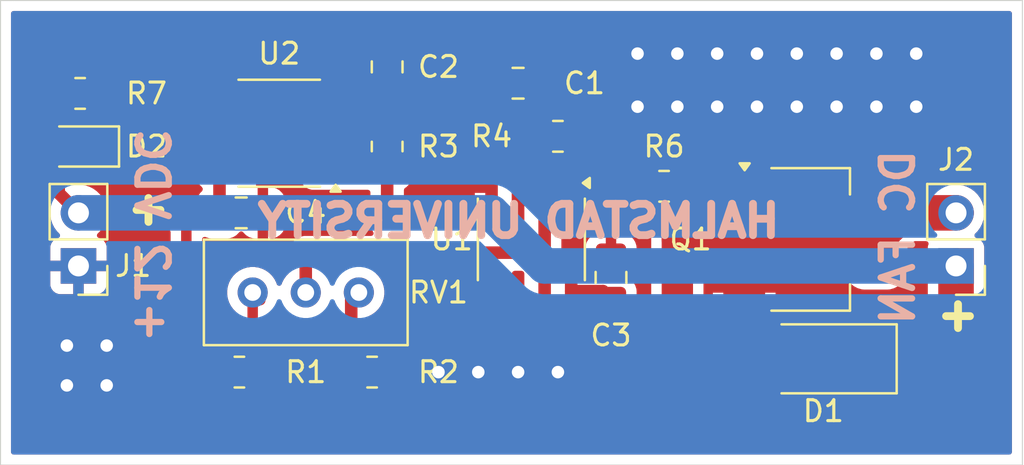
<source format=kicad_pcb>
(kicad_pcb (version 20241229) (generator "pcbnew") (generator_version "9.0")
  (layers (0 "F.Cu" signal) (2 "B.Cu" signal) (13 "F.Paste" user) (15 "B.Paste" user) (5 "F.SilkS" user "F.Silkscreen") (7 "B.SilkS" user "B.Silkscreen") (1 "F.Mask" user) (3 "B.Mask" user) (25 "Edge.Cuts" user))
  (net 0 "")
  (net 1 "GND")
  (net 2 "Net-(U1A--)")
  (net 3 "Net-(C2-Pad1)")
  (net 4 "+12V")
  (net 5 "Net-(D1-A)")
  (net 6 "Net-(D2-K)")
  (net 7 "Net-(Q1-B)")
  (net 8 "Net-(R1-Pad2)")
  (net 9 "Net-(R2-Pad1)")
  (net 10 "Net-(U1A-+)")
  (net 11 "Net-(R4-Pad1)")
  (footprint "Resistor_SMD:R_0805_2012Metric_Pad1.20x1.40mm_HandSolder" (layer "F.Cu") (at 106.68 68.58)
    (property "Reference" "R1" (at 3.175 0 0) (layer "F.SilkS"))
    (property "Value" "22k")
    (fp_line (start -0.227064 -0.735) (end 0.227064 -0.735) (stroke (width 0.12)) (layer "F.SilkS"))
    (fp_line (start -0.227064 0.735) (end 0.227064 0.735) (stroke (width 0.12)) (layer "F.SilkS"))
    (pad "1" smd roundrect (at -1 0) (size 1.2 1.4) (layers "F.Cu" "F.Mask" "F.Paste") (roundrect_rratio 0.208333) (net 4 "+12V"))
    (pad "2" smd roundrect (at 1 0) (size 1.2 1.4) (layers "F.Cu" "F.Mask" "F.Paste") (roundrect_rratio 0.208333) (net 8 "Net-(R1-Pad2)"))
  )
  (footprint "Resistor_SMD:R_0805_2012Metric_Pad1.20x1.40mm_HandSolder" (layer "F.Cu") (at 121.92 57.2975 180)
    (property "Reference" "R4" (at 3.175 0 0) (layer "F.SilkS"))
    (property "Value" "560k")
    (fp_line (start -0.227064 0.735) (end 0.227064 0.735) (stroke (width 0.12)) (layer "F.SilkS"))
    (fp_line (start -0.227064 -0.735) (end 0.227064 -0.735) (stroke (width 0.12)) (layer "F.SilkS"))
    (pad "1" smd roundrect (at -1 0 180) (size 1.2 1.4) (layers "F.Cu" "F.Mask" "F.Paste") (roundrect_rratio 0.208333) (net 11 "Net-(R4-Pad1)"))
    (pad "2" smd roundrect (at 1 0 180) (size 1.2 1.4) (layers "F.Cu" "F.Mask" "F.Paste") (roundrect_rratio 0.208333) (net 2 "Net-(U1A--)"))
  )
  (footprint "Capacitor_SMD:C_0805_2012Metric_Pad1.18x1.45mm_HandSolder" (layer "F.Cu") (at 124.46 64.05 90)
    (property "Reference" "C3" (at -2.7725 0 0) (layer "F.SilkS"))
    (property "Value" "100n")
    (fp_line (start -0.261252 -0.735) (end 0.261252 -0.735) (stroke (width 0.12)) (layer "F.SilkS"))
    (fp_line (start -0.261252 0.735) (end 0.261252 0.735) (stroke (width 0.12)) (layer "F.SilkS"))
    (pad "1" smd roundrect (at -1.0375 0 90) (size 1.175 1.45) (layers "F.Cu" "F.Mask" "F.Paste") (roundrect_rratio 0.212766) (net 4 "+12V"))
    (pad "2" smd roundrect (at 1.0375 0 90) (size 1.175 1.45) (layers "F.Cu" "F.Mask" "F.Paste") (roundrect_rratio 0.212766) (net 1 "GND"))
  )
  (footprint "Package_SO:SOIC-8_3.9x4.9mm_P1.27mm" (layer "F.Cu") (at 108.585 57.15 180)
    (property "Reference" "U2" (at 0 3.81 180) (layer "F.SilkS"))
    (property "Value" "LM35-D")
    (fp_line (start 0 2.56) (end 1.95 2.56) (stroke (width 0.12)) (layer "F.SilkS"))
    (fp_line (start 0 2.56) (end -1.95 2.56) (stroke (width 0.12)) (layer "F.SilkS"))
    (fp_line (start 0 -2.56) (end 1.95 -2.56) (stroke (width 0.12)) (layer "F.SilkS"))
    (fp_line (start 0 -2.56) (end -1.95 -2.56) (stroke (width 0.12)) (layer "F.SilkS"))
    (fp_poly (pts (xy -2.7 -2.465) (xy -2.94 -2.795) (xy -2.46 -2.795)) (stroke (width 0.12)) (fill yes) (layer "F.SilkS"))
    (pad "1" smd roundrect (at -2.475 -1.905 180) (size 1.95 0.6) (layers "F.Cu" "F.Mask" "F.Paste") (net 10 "Net-(U1A-+)"))
    (pad "2" smd roundrect (at -2.475 -0.635 180) (size 1.95 0.6) (layers "F.Cu" "F.Mask" "F.Paste"))
    (pad "3" smd roundrect (at -2.475 0.635 180) (size 1.95 0.6) (layers "F.Cu" "F.Mask" "F.Paste"))
    (pad "4" smd roundrect (at -2.475 1.905 180) (size 1.95 0.6) (layers "F.Cu" "F.Mask" "F.Paste") (net 1 "GND"))
    (pad "5" smd roundrect (at 2.475 1.905 180) (size 1.95 0.6) (layers "F.Cu" "F.Mask" "F.Paste"))
    (pad "6" smd roundrect (at 2.475 0.635 180) (size 1.95 0.6) (layers "F.Cu" "F.Mask" "F.Paste"))
    (pad "7" smd roundrect (at 2.475 -0.635 180) (size 1.95 0.6) (layers "F.Cu" "F.Mask" "F.Paste"))
    (pad "8" smd roundrect (at 2.475 -1.905 180) (size 1.95 0.6) (layers "F.Cu" "F.Mask" "F.Paste") (net 4 "+12V"))
  )
  (footprint "Resistor_SMD:R_0805_2012Metric_Pad1.20x1.40mm_HandSolder" (layer "F.Cu") (at 99.06 55.245)
    (property "Reference" "R7" (at 3.175 0 0) (layer "F.SilkS"))
    (property "Value" "1k")
    (fp_line (start -0.227064 -0.735) (end 0.227064 -0.735) (stroke (width 0.12)) (layer "F.SilkS"))
    (fp_line (start -0.227064 0.735) (end 0.227064 0.735) (stroke (width 0.12)) (layer "F.SilkS"))
    (pad "1" smd roundrect (at -1 0) (size 1.2 1.4) (layers "F.Cu" "F.Mask" "F.Paste") (roundrect_rratio 0.208333) (net 1 "GND"))
    (pad "2" smd roundrect (at 1 0) (size 1.2 1.4) (layers "F.Cu" "F.Mask" "F.Paste") (roundrect_rratio 0.208333) (net 6 "Net-(D2-K)"))
  )
  (footprint "Resistor_SMD:R_0805_2012Metric_Pad1.20x1.40mm_HandSolder" (layer "F.Cu") (at 113.03 68.58)
    (property "Reference" "R2" (at 3.175 0 0) (layer "F.SilkS"))
    (property "Value" "1R")
    (fp_line (start -0.227064 -0.735) (end 0.227064 -0.735) (stroke (width 0.12)) (layer "F.SilkS"))
    (fp_line (start -0.227064 0.735) (end 0.227064 0.735) (stroke (width 0.12)) (layer "F.SilkS"))
    (pad "1" smd roundrect (at -1 0) (size 1.2 1.4) (layers "F.Cu" "F.Mask" "F.Paste") (roundrect_rratio 0.208333) (net 9 "Net-(R2-Pad1)"))
    (pad "2" smd roundrect (at 1 0) (size 1.2 1.4) (layers "F.Cu" "F.Mask" "F.Paste") (roundrect_rratio 0.208333) (net 1 "GND"))
  )
  (footprint "Resistor_SMD:R_0805_2012Metric_Pad1.20x1.40mm_HandSolder" (layer "F.Cu") (at 113.75 57.785 90)
    (property "Reference" "R3" (at 0 2.455 180) (layer "F.SilkS"))
    (property "Value" "100R")
    (fp_line (start -0.227064 -0.735) (end 0.227064 -0.735) (stroke (width 0.12)) (layer "F.SilkS"))
    (fp_line (start -0.227064 0.735) (end 0.227064 0.735) (stroke (width 0.12)) (layer "F.SilkS"))
    (pad "1" smd roundrect (at -1 0 90) (size 1.2 1.4) (layers "F.Cu" "F.Mask" "F.Paste") (roundrect_rratio 0.208333) (net 10 "Net-(U1A-+)"))
    (pad "2" smd roundrect (at 1 0 90) (size 1.2 1.4) (layers "F.Cu" "F.Mask" "F.Paste") (roundrect_rratio 0.208333) (net 3 "Net-(C2-Pad1)"))
  )
  (footprint "Potentiometer_THT:Potentiometer_Bourns_3296W_Vertical" (layer "F.Cu") (at 107.315 64.77 180)
    (property "Reference" "RV1" (at -8.89 0 0) (layer "F.SilkS"))
    (property "Value" "10k")
    (fp_line (start 2.335 -2.52) (end 2.335 2.53) (stroke (width 0.12)) (layer "F.SilkS"))
    (fp_line (start -7.415 2.53) (end 2.335 2.53) (stroke (width 0.12)) (layer "F.SilkS"))
    (fp_line (start -7.415 -2.52) (end 2.335 -2.52) (stroke (width 0.12)) (layer "F.SilkS"))
    (fp_line (start -7.415 -2.52) (end -7.415 2.53) (stroke (width 0.12)) (layer "F.SilkS"))
    (pad "1" thru_hole circle (at 0 0 180) (size 1.44 1.44) (drill 0.8) (layers "*.Cu" "*.Mask") (net 8 "Net-(R1-Pad2)"))
    (pad "2" thru_hole circle (at -2.54 0 180) (size 1.44 1.44) (drill 0.8) (layers "*.Cu" "*.Mask") (net 2 "Net-(U1A--)"))
    (pad "3" thru_hole circle (at -5.08 0 180) (size 1.44 1.44) (drill 0.8) (layers "*.Cu" "*.Mask") (net 9 "Net-(R2-Pad1)"))
  )
  (footprint "Capacitor_SMD:C_0805_2012Metric_Pad1.18x1.45mm_HandSolder" (layer "F.Cu") (at 113.75 53.975 90)
    (property "Reference" "C2" (at 0 2.455 180) (layer "F.SilkS"))
    (property "Value" "1u")
    (fp_line (start -0.261252 -0.735) (end 0.261252 -0.735) (stroke (width 0.12)) (layer "F.SilkS"))
    (fp_line (start -0.261252 0.735) (end 0.261252 0.735) (stroke (width 0.12)) (layer "F.SilkS"))
    (pad "1" smd roundrect (at -1.0375 0 90) (size 1.175 1.45) (layers "F.Cu" "F.Mask" "F.Paste") (roundrect_rratio 0.212766) (net 3 "Net-(C2-Pad1)"))
    (pad "2" smd roundrect (at 1.0375 0 90) (size 1.175 1.45) (layers "F.Cu" "F.Mask" "F.Paste") (roundrect_rratio 0.212766) (net 1 "GND"))
  )
  (footprint "Diode_SMD:D_SMA" (layer "F.Cu") (at 134.62 67.945 180)
    (property "Reference" "D1" (at 0 -2.5 0) (layer "F.SilkS"))
    (property "Value" "SBRT5A50SA-13")
    (fp_line (start -3.51 1.65) (end 2 1.65) (stroke (width 0.12)) (layer "F.SilkS"))
    (fp_line (start -3.51 -1.65) (end 2 -1.65) (stroke (width 0.12)) (layer "F.SilkS"))
    (fp_line (start -3.51 -1.65) (end -3.51 1.65) (stroke (width 0.12)) (layer "F.SilkS"))
    (pad "1" smd roundrect (at -2 0 180) (size 2.5 1.8) (layers "F.Cu" "F.Mask" "F.Paste") (roundrect_rratio 0.1388888889) (net 4 "+12V"))
    (pad "2" smd roundrect (at 2 0 180) (size 2.5 1.8) (layers "F.Cu" "F.Mask" "F.Paste") (roundrect_rratio 0.1388888889) (net 5 "Net-(D1-A)"))
  )
  (footprint "Package_SO:SOIC-8_3.9x4.9mm_P1.27mm" (layer "F.Cu") (at 120.65 62.23 -90)
    (property "Reference" "U1" (at 0 3.81 0) (layer "F.SilkS"))
    (property "Value" "LM358")
    (fp_line (start 0 2.56) (end -1.95 2.56) (stroke (width 0.12)) (layer "F.SilkS"))
    (fp_line (start 0 2.56) (end 1.95 2.56) (stroke (width 0.12)) (layer "F.SilkS"))
    (fp_line (start 0 -2.56) (end -1.95 -2.56) (stroke (width 0.12)) (layer "F.SilkS"))
    (fp_line (start 0 -2.56) (end 1.95 -2.56) (stroke (width 0.12)) (layer "F.SilkS"))
    (fp_poly (pts (xy -2.7 -2.465) (xy -2.94 -2.795) (xy -2.46 -2.795)) (stroke (width 0.12)) (fill yes) (layer "F.SilkS"))
    (pad "1" smd roundrect (at -2.475 -1.905 270) (size 1.95 0.6) (layers "F.Cu" "F.Mask" "F.Paste") (net 11 "Net-(R4-Pad1)"))
    (pad "2" smd roundrect (at -2.475 -0.635 270) (size 1.95 0.6) (layers "F.Cu" "F.Mask" "F.Paste") (net 2 "Net-(U1A--)"))
    (pad "3" smd roundrect (at -2.475 0.635 270) (size 1.95 0.6) (layers "F.Cu" "F.Mask" "F.Paste") (net 10 "Net-(U1A-+)"))
    (pad "4" smd roundrect (at -2.475 1.905 270) (size 1.95 0.6) (layers "F.Cu" "F.Mask" "F.Paste") (net 1 "GND"))
    (pad "5" smd roundrect (at 2.475 1.905 270) (size 1.95 0.6) (layers "F.Cu" "F.Mask" "F.Paste"))
    (pad "6" smd roundrect (at 2.475 0.635 270) (size 1.95 0.6) (layers "F.Cu" "F.Mask" "F.Paste"))
    (pad "7" smd roundrect (at 2.475 -0.635 270) (size 1.95 0.6) (layers "F.Cu" "F.Mask" "F.Paste"))
    (pad "8" smd roundrect (at 2.475 -1.905 270) (size 1.95 0.6) (layers "F.Cu" "F.Mask" "F.Paste") (net 4 "+12V"))
  )
  (footprint "LED_SMD:LED_0805_2012Metric_Pad1.15x1.40mm_HandSolder" (layer "F.Cu") (at 99.06 57.785 180)
    (property "Reference" "D2" (at -3.175 0 180) (layer "F.SilkS"))
    (property "Value" "RED")
    (fp_line (start 1 -0.96) (end -1.86 -0.96) (stroke (width 0.12)) (layer "F.SilkS"))
    (fp_line (start -1.86 0.96) (end 1 0.96) (stroke (width 0.12)) (layer "F.SilkS"))
    (fp_line (start -1.86 -0.96) (end -1.86 0.96) (stroke (width 0.12)) (layer "F.SilkS"))
    (pad "1" smd roundrect (at -1.025 0 180) (size 1.15 1.4) (layers "F.Cu" "F.Mask" "F.Paste") (roundrect_rratio 0.217391) (net 6 "Net-(D2-K)"))
    (pad "2" smd roundrect (at 1.025 0 180) (size 1.15 1.4) (layers "F.Cu" "F.Mask" "F.Paste") (roundrect_rratio 0.217391) (net 4 "+12V"))
  )
  (footprint "Capacitor_SMD:C_0805_2012Metric_Pad1.18x1.45mm_HandSolder" (layer "F.Cu") (at 106.765 60.96)
    (property "Reference" "C4" (at 3.09 0 180) (layer "F.SilkS"))
    (property "Value" "100n")
    (fp_line (start -0.261252 -0.735) (end 0.261252 -0.735) (stroke (width 0.12)) (layer "F.SilkS"))
    (fp_line (start -0.261252 0.735) (end 0.261252 0.735) (stroke (width 0.12)) (layer "F.SilkS"))
    (pad "1" smd roundrect (at -1.0375 0) (size 1.175 1.45) (layers "F.Cu" "F.Mask" "F.Paste") (roundrect_rratio 0.212766) (net 4 "+12V"))
    (pad "2" smd roundrect (at 1.0375 0) (size 1.175 1.45) (layers "F.Cu" "F.Mask" "F.Paste") (roundrect_rratio 0.212766) (net 1 "GND"))
  )
  (footprint "Connector_PinHeader_2.54mm:PinHeader_1x02_P2.54mm_Vertical" (layer "F.Cu") (at 98.98 63.5 180)
    (property "Reference" "J1" (at -2.62 0 0) (layer "F.SilkS"))
    (property "Value" "VCC")
    (fp_line (start 1.38 1.27) (end 1.38 3.92) (stroke (width 0.12)) (layer "F.SilkS"))
    (fp_line (start -1.38 3.92) (end 1.38 3.92) (stroke (width 0.12)) (layer "F.SilkS"))
    (fp_line (start -1.38 1.27) (end 1.38 1.27) (stroke (width 0.12)) (layer "F.SilkS"))
    (fp_line (start -1.38 1.27) (end -1.38 3.92) (stroke (width 0.12)) (layer "F.SilkS"))
    (fp_line (start -1.38 0) (end -1.38 -1.38) (stroke (width 0.12)) (layer "F.SilkS"))
    (fp_line (start -1.38 -1.38) (end 0 -1.38) (stroke (width 0.12)) (layer "F.SilkS"))
    (pad "1" thru_hole rect (at 0 0 180) (size 1.7 1.7) (drill 1) (layers "*.Cu" "*.Mask") (net 1 "GND"))
    (pad "2" thru_hole circle (at 0 2.54 180) (size 1.7 1.7) (drill 1) (layers "*.Cu" "*.Mask") (net 4 "+12V"))
  )
  (footprint "Package_TO_SOT_SMD:SOT-223-3_TabPin2" (layer "F.Cu") (at 133.985 62.23)
    (property "Reference" "Q1" (at -5.715 0 0) (layer "F.SilkS"))
    (property "Value" "NSS60601MZ4")
    (fp_line (start -1.85 -3.41) (end 1.91 -3.41) (stroke (width 0.12)) (layer "F.SilkS"))
    (fp_line (start -1.85 3.41) (end 1.91 3.41) (stroke (width 0.12)) (layer "F.SilkS"))
    (fp_line (start 1.91 -3.41) (end 1.91 -2.15) (stroke (width 0.12)) (layer "F.SilkS"))
    (fp_line (start 1.91 3.41) (end 1.91 2.15) (stroke (width 0.12)) (layer "F.SilkS"))
    (fp_poly (pts (xy -3.13 -3.31) (xy -3.37 -3.64) (xy -2.89 -3.64) (xy -3.13 -3.31)) (stroke (width 0.12)) (fill yes) (layer "F.SilkS"))
    (pad "1" smd roundrect (at -3.15 -2.3) (size 2 1.5) (layers "F.Cu" "F.Mask" "F.Paste") (net 7 "Net-(Q1-B)"))
    (pad "2" smd roundrect (at -3.15 0) (size 2 1.5) (layers "F.Cu" "F.Mask" "F.Paste") (net 5 "Net-(D1-A)"))
    (pad "2" smd roundrect (at 3.15 0) (size 2 3.8) (layers "F.Cu" "F.Mask" "F.Paste") (net 5 "Net-(D1-A)"))
    (pad "3" smd roundrect (at -3.15 2.3) (size 2 1.5) (layers "F.Cu" "F.Mask" "F.Paste") (net 1 "GND"))
  )
  (footprint "Connector_PinHeader_2.54mm:PinHeader_1x02_P2.54mm_Vertical" (layer "F.Cu") (at 140.97 63.5 180)
    (property "Reference" "J2" (at 0 5.08 0) (layer "F.SilkS"))
    (property "Value" "12V FAN")
    (fp_line (start 1.38 1.27) (end 1.38 3.92) (stroke (width 0.12)) (layer "F.SilkS"))
    (fp_line (start -1.38 3.92) (end 1.38 3.92) (stroke (width 0.12)) (layer "F.SilkS"))
    (fp_line (start -1.38 1.27) (end 1.38 1.27) (stroke (width 0.12)) (layer "F.SilkS"))
    (fp_line (start -1.38 1.27) (end -1.38 3.92) (stroke (width 0.12)) (layer "F.SilkS"))
    (fp_line (start -1.38 0) (end -1.38 -1.38) (stroke (width 0.12)) (layer "F.SilkS"))
    (fp_line (start -1.38 -1.38) (end 0 -1.38) (stroke (width 0.12)) (layer "F.SilkS"))
    (pad "1" thru_hole rect (at 0 0 180) (size 1.7 1.7) (drill 1) (layers "*.Cu" "*.Mask") (net 4 "+12V"))
    (pad "2" thru_hole circle (at 0 2.54 180) (size 1.7 1.7) (drill 1) (layers "*.Cu" "*.Mask") (net 5 "Net-(D1-A)"))
  )
  (footprint "Capacitor_SMD:C_0805_2012Metric_Pad1.18x1.45mm_HandSolder" (layer "F.Cu") (at 120.015 54.7575 180)
    (property "Reference" "C1" (at -3.175 0 0) (layer "F.SilkS"))
    (property "Value" "100n")
    (fp_line (start -0.261252 0.735) (end 0.261252 0.735) (stroke (width 0.12)) (layer "F.SilkS"))
    (fp_line (start -0.261252 -0.735) (end 0.261252 -0.735) (stroke (width 0.12)) (layer "F.SilkS"))
    (pad "1" smd roundrect (at -1.0375 0 180) (size 1.175 1.45) (layers "F.Cu" "F.Mask" "F.Paste") (roundrect_rratio 0.212766) (net 2 "Net-(U1A--)"))
    (pad "2" smd roundrect (at 1.0375 0 180) (size 1.175 1.45) (layers "F.Cu" "F.Mask" "F.Paste") (roundrect_rratio 0.212766) (net 1 "GND"))
  )
  (footprint "Resistor_SMD:R_0805_2012Metric_Pad1.20x1.40mm_HandSolder" (layer "F.Cu") (at 127 59.69)
    (property "Reference" "R6" (at 0 -1.905 0) (layer "F.SilkS"))
    (property "Value" "10k")
    (fp_line (start -0.227064 -0.735) (end 0.227064 -0.735) (stroke (width 0.12)) (layer "F.SilkS"))
    (fp_line (start -0.227064 0.735) (end 0.227064 0.735) (stroke (width 0.12)) (layer "F.SilkS"))
    (pad "1" smd roundrect (at -1 0) (size 1.2 1.4) (layers "F.Cu" "F.Mask" "F.Paste") (roundrect_rratio 0.208333) (net 11 "Net-(R4-Pad1)"))
    (pad "2" smd roundrect (at 1 0) (size 1.2 1.4) (layers "F.Cu" "F.Mask" "F.Paste") (roundrect_rratio 0.208333) (net 7 "Net-(Q1-B)"))
  )
  (gr_line (start 95.25 50.8) (end 95.885 50.8) (stroke (width 0.05)) (layer "Edge.Cuts"))
  (gr_line (start 95.885 50.8) (end 144.145 50.8) (stroke (width 0.05)) (layer "Edge.Cuts"))
  (gr_line (start 144.145 50.8) (end 144.145 73.025) (stroke (width 0.05)) (layer "Edge.Cuts"))
  (gr_line (start 144.145 73.025) (end 95.25 73.025) (stroke (width 0.05)) (layer "Edge.Cuts"))
  (gr_line (start 95.25 73.025) (end 95.25 50.8) (stroke (width 0.05)) (layer "Edge.Cuts"))
  (gr_text "+" (at 142.24 66.675 0) (layer "F.SilkS") (effects (font (size 1.5 1.5) (thickness 0.375) (bold yes)) (justify left bottom mirror)))
  (gr_text "+" (at 103.505 61.595 0) (layer "F.SilkS") (effects (font (size 1.5 1.5) (thickness 0.375) (bold yes)) (justify left bottom mirror)))
  (gr_text "HALMSTAD UNIVERSITY" (at 132.715 62.23 0) (layer "B.SilkS") (effects (font (size 1.5 1.5) (thickness 0.375) (bold yes)) (justify left bottom mirror)))
  (gr_text "DC FAN" (at 139.065 57.785 90) (layer "B.SilkS") (effects (font (size 1.5 1.5) (thickness 0.3) (bold yes)) (justify left bottom mirror)))
  (gr_text "+12 VDC\n" (at 101.6 67.31 270) (layer "B.SilkS") (effects (font (size 1.5 1.5) (thickness 0.3) (bold yes)) (justify left bottom mirror)))
  (via (at 133.35 53.34) (size 1.2) (drill 0.6) (layers "F.Cu" "B.Cu") (net 1))
  (via (at 116.205 68.58) (size 1.2) (drill 0.6) (layers "F.Cu" "B.Cu") (net 1))
  (via (at 137.16 53.34) (size 1.2) (drill 0.6) (layers "F.Cu" "B.Cu") (net 1))
  (via (at 125.73 55.88) (size 1.2) (drill 0.6) (layers "F.Cu" "B.Cu") (net 1))
  (via (at 98.425 69.215) (size 1.2) (drill 0.6) (layers "F.Cu" "B.Cu") (net 1))
  (via (at 127.635 53.34) (size 1.2) (drill 0.6) (layers "F.Cu" "B.Cu") (net 1))
  (via (at 100.33 69.215) (size 1.2) (drill 0.6) (layers "F.Cu" "B.Cu") (net 1))
  (via (at 131.445 53.34) (size 1.2) (drill 0.6) (layers "F.Cu" "B.Cu") (net 1))
  (via (at 118.11 68.58) (size 1.2) (drill 0.6) (layers "F.Cu" "B.Cu") (net 1))
  (via (at 137.16 55.88) (size 1.2) (drill 0.6) (layers "F.Cu" "B.Cu") (net 1))
  (via (at 129.54 55.88) (size 1.2) (drill 0.6) (layers "F.Cu" "B.Cu") (net 1))
  (via (at 125.73 53.34) (size 1.2) (drill 0.6) (layers "F.Cu" "B.Cu") (net 1))
  (via (at 121.92 68.58) (size 1.2) (drill 0.6) (layers "F.Cu" "B.Cu") (net 1))
  (via (at 139.065 55.88) (size 1.2) (drill 0.6) (layers "F.Cu" "B.Cu") (net 1))
  (via (at 135.255 55.88) (size 1.2) (drill 0.6) (layers "F.Cu" "B.Cu") (net 1))
  (via (at 135.255 53.34) (size 1.2) (drill 0.6) (layers "F.Cu" "B.Cu") (net 1))
  (via (at 139.065 53.34) (size 1.2) (drill 0.6) (layers "F.Cu" "B.Cu") (net 1))
  (via (at 127.635 55.88) (size 1.2) (drill 0.6) (layers "F.Cu" "B.Cu") (net 1))
  (via (at 133.35 55.88) (size 1.2) (drill 0.6) (layers "F.Cu" "B.Cu") (net 1))
  (via (at 129.54 53.34) (size 1.2) (drill 0.6) (layers "F.Cu" "B.Cu") (net 1))
  (via (at 131.445 55.88) (size 1.2) (drill 0.6) (layers "F.Cu" "B.Cu") (net 1))
  (via (at 120.015 68.58) (size 1.2) (drill 0.6) (layers "F.Cu" "B.Cu") (net 1))
  (via (at 98.425 67.31) (size 1.2) (drill 0.6) (layers "F.Cu" "B.Cu") (net 1))
  (via (at 100.33 67.31) (size 1.2) (drill 0.6) (layers "F.Cu" "B.Cu") (net 1))
  (segment (start 121.285 59.755) (end 121.285 57.6625) (width 0.6) (layer "F.Cu") (net 2))
  (segment (start 109.855 64.77) (end 109.855 62.865) (width 0.6) (layer "F.Cu") (net 2))
  (segment (start 121.285 57.6625) (end 120.92 57.2975) (width 0.6) (layer "F.Cu") (net 2))
  (segment (start 121.0525 54.7575) (end 121.0525 57.165) (width 0.6) (layer "F.Cu") (net 2))
  (segment (start 109.855 62.865) (end 121.285 62.865) (width 0.6) (layer "F.Cu") (net 2))
  (segment (start 121.285 62.865) (end 121.285 59.755) (width 0.6) (layer "F.Cu") (net 2))
  (segment (start 121.0525 57.165) (end 120.92 57.2975) (width 0.6) (layer "F.Cu") (net 2))
  (segment (start 113.75 55.0125) (end 113.75 56.785) (width 0.5) (layer "F.Cu") (net 3))
  (segment (start 122.555 64.705) (end 124.0775 64.705) (width 0.6) (layer "F.Cu") (net 4))
  (segment (start 98.035 60.015) (end 98.98 60.96) (width 0.6) (layer "F.Cu") (net 4))
  (segment (start 105.7275 59.4375) (end 106.11 59.055) (width 0.6) (layer "F.Cu") (net 4))
  (segment (start 105.7275 68.5325) (end 105.68 68.58) (width 0.5) (layer "F.Cu") (net 4))
  (segment (start 140.97 67.945) (end 140.97 63.5) (width 1.7) (layer "F.Cu") (net 4))
  (segment (start 124.46 70.485) (end 124.46 65.0875) (width 0.5) (layer "F.Cu") (net 4))
  (segment (start 105.68 68.58) (end 105.68 70.12) (width 0.5) (layer "F.Cu") (net 4))
  (segment (start 105.68 70.12) (end 106.045 70.485) (width 0.5) (layer "F.Cu") (net 4))
  (segment (start 105.7275 60.96) (end 105.7275 59.4375) (width 0.6) (layer "F.Cu") (net 4))
  (segment (start 136.62 67.945) (end 140.97 67.945) (width 1.7) (layer "F.Cu") (net 4))
  (segment (start 124.0775 64.705) (end 124.46 65.0875) (width 0.6) (layer "F.Cu") (net 4))
  (segment (start 104.14 68.58) (end 104.14 60.96) (width 0.5) (layer "F.Cu") (net 4))
  (segment (start 104.14 60.96) (end 105.7275 60.96) (width 0.6) (layer "F.Cu") (net 4))
  (segment (start 98.98 60.96) (end 104.14 60.96) (width 0.6) (layer "F.Cu") (net 4))
  (segment (start 105.68 68.58) (end 104.14 68.58) (width 0.5) (layer "F.Cu") (net 4))
  (segment (start 106.045 70.485) (end 124.46 70.485) (width 0.5) (layer "F.Cu") (net 4))
  (segment (start 98.035 57.785) (end 98.035 60.015) (width 0.6) (layer "F.Cu") (net 4))
  (segment (start 140.97 63.5) (end 121.285 63.5) (width 1.7) (layer "B.Cu") (net 4))
  (segment (start 118.745 60.96) (end 98.98 60.96) (width 1.7) (layer "B.Cu") (net 4))
  (segment (start 121.285 63.5) (end 118.745 60.96) (width 1.7) (layer "B.Cu") (net 4))
  (segment (start 130.835 62.23) (end 137.135 62.23) (width 1.5) (layer "F.Cu") (net 5))
  (segment (start 140.97 60.96) (end 138.405 60.96) (width 1.7) (layer "F.Cu") (net 5))
  (segment (start 138.405 60.96) (end 137.135 62.23) (width 1.7) (layer "F.Cu") (net 5))
  (segment (start 127.635 62.23) (end 127.635 67.945) (width 1.5) (layer "F.Cu") (net 5))
  (segment (start 130.835 62.23) (end 127.635 62.23) (width 1.5) (layer "F.Cu") (net 5))
  (segment (start 127.635 67.945) (end 132.62 67.945) (width 1.5) (layer "F.Cu") (net 5))
  (segment (start 100.085 57.785) (end 100.085 55.27) (width 0.5) (layer "F.Cu") (net 6))
  (segment (start 100.085 55.27) (end 100.06 55.245) (width 0.5) (layer "F.Cu") (net 6))
  (segment (start 100.06 57.76) (end 100.085 57.785) (width 0.5) (layer "F.Cu") (net 6))
  (segment (start 128 59.69) (end 130.595 59.69) (width 0.6) (layer "F.Cu") (net 7))
  (segment (start 130.445 59.54) (end 130.835 59.93) (width 0.6) (layer "F.Cu") (net 7))
  (segment (start 130.595 59.69) (end 130.835 59.93) (width 0.6) (layer "F.Cu") (net 7))
  (segment (start 107.68 65.135) (end 107.315 64.77) (width 0.5) (layer "F.Cu") (net 8))
  (segment (start 107.315 68.215) (end 107.68 68.58) (width 0.5) (layer "F.Cu") (net 8))
  (segment (start 107.315 64.77) (end 107.315 68.215) (width 0.5) (layer "F.Cu") (net 8))
  (segment (start 112.03 68.58) (end 112.03 65.135) (width 0.6) (layer "F.Cu") (net 9))
  (segment (start 112.03 65.135) (end 112.395 64.77) (width 0.6) (layer "F.Cu") (net 9))
  (segment (start 120.015 61.429) (end 120.015 59.755) (width 0.6) (layer "F.Cu") (net 10))
  (segment (start 113.75 58.785) (end 113.75 61.429) (width 0.6) (layer "F.Cu") (net 10))
  (segment (start 111.06 59.055) (end 113.48 59.055) (width 0.6) (layer "F.Cu") (net 10))
  (segment (start 113.48 59.055) (end 113.75 58.785) (width 0.6) (layer "F.Cu") (net 10))
  (segment (start 113.75 61.429) (end 120.015 61.429) (width 0.6) (layer "F.Cu") (net 10))
  (segment (start 122.555 57.6625) (end 122.92 57.2975) (width 0.6) (layer "F.Cu") (net 11))
  (segment (start 122.555 59.755) (end 122.555 57.6625) (width 0.6) (layer "F.Cu") (net 11))
  (segment (start 126 59.69) (end 122.62 59.69) (width 0.6) (layer "F.Cu") (net 11))
  (segment (start 122.62 59.69) (end 122.555 59.755) (width 0.6) (layer "F.Cu") (net 11))
  (zone (net 1) (net_name "GND") (layer "F.Cu") (connect_pads (clearance 0.5)) (min_thickness 0.25) (fill yes (thermal_gap 0.5) (thermal_bridge_width 0.5))
    (polygon (pts (xy 95.25 50.8) (xy 95.25 73.025) (xy 144.145 73.025) (xy 144.145 50.8)))
  )
  (zone (net 1) (net_name "GND") (layer "B.Cu") (priority 1) (connect_pads (clearance 0.5)) (min_thickness 0.25) (fill yes (thermal_gap 0.5) (thermal_bridge_width 0.5))
    (polygon (pts (xy 95.25 50.8) (xy 95.25 73.025) (xy 144.145 73.025) (xy 144.145 50.8)))
  )
)
</source>
